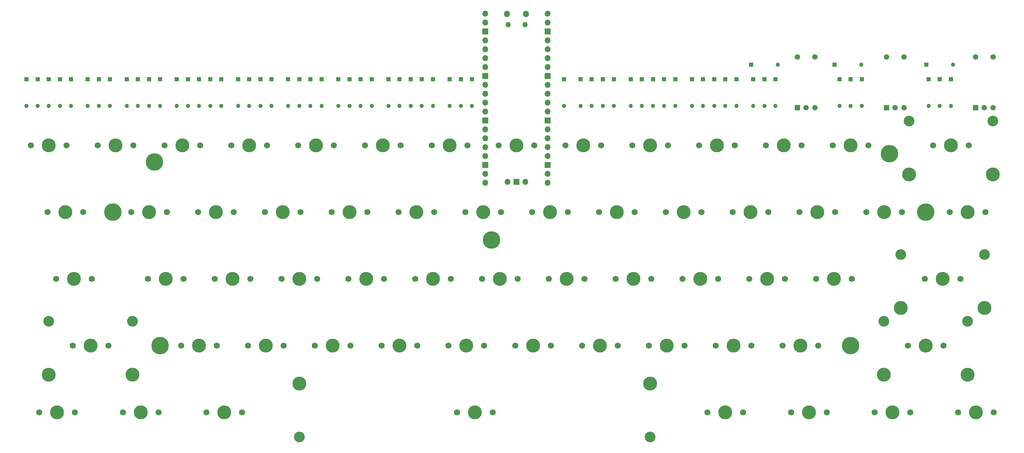
<source format=gts>
%TF.GenerationSoftware,KiCad,Pcbnew,7.0.4*%
%TF.CreationDate,2023-05-29T10:37:39-04:00*%
%TF.ProjectId,keyboard,6b657962-6f61-4726-942e-6b696361645f,rev?*%
%TF.SameCoordinates,Original*%
%TF.FileFunction,Soldermask,Top*%
%TF.FilePolarity,Negative*%
%FSLAX46Y46*%
G04 Gerber Fmt 4.6, Leading zero omitted, Abs format (unit mm)*
G04 Created by KiCad (PCBNEW 7.0.4) date 2023-05-29 10:37:39*
%MOMM*%
%LPD*%
G01*
G04 APERTURE LIST*
%ADD10C,3.048000*%
%ADD11C,3.987800*%
%ADD12C,1.750000*%
%ADD13R,1.200000X1.200000*%
%ADD14C,1.200000*%
%ADD15C,5.000000*%
%ADD16C,1.550000*%
%ADD17R,1.550000X1.550000*%
%ADD18O,1.800000X1.800000*%
%ADD19O,1.500000X1.500000*%
%ADD20O,1.700000X1.700000*%
%ADD21R,1.700000X1.700000*%
G04 APERTURE END LIST*
D10*
%TO.C,MX42*%
X65055750Y-139065000D03*
D11*
X65055750Y-154305000D03*
D12*
X71913750Y-146050000D03*
D11*
X76993750Y-146050000D03*
D12*
X82073750Y-146050000D03*
D10*
X88931750Y-139065000D03*
D11*
X88931750Y-154305000D03*
%TD*%
D13*
%TO.C,D43*%
X230981250Y-70005750D03*
D14*
X230981250Y-77631750D03*
%TD*%
D13*
%TO.C,D60*%
X319087500Y-70005750D03*
D14*
X319087500Y-77631750D03*
%TD*%
D13*
%TO.C,D52*%
X261143750Y-70005750D03*
D14*
X261143750Y-77631750D03*
%TD*%
D15*
%TO.C,REF\u002A\u002A*%
X83343750Y-107950000D03*
%TD*%
D12*
%TO.C,MX50*%
X236220000Y-146050000D03*
D11*
X241300000Y-146050000D03*
D12*
X246380000Y-146050000D03*
%TD*%
%TO.C,MX33*%
X150495000Y-127000000D03*
D11*
X155575000Y-127000000D03*
D12*
X160655000Y-127000000D03*
%TD*%
D13*
%TO.C,D46*%
X240506250Y-70005750D03*
D14*
X240506250Y-77631750D03*
%TD*%
D12*
%TO.C,MX5*%
X136207500Y-88900000D03*
D11*
X141287500Y-88900000D03*
D12*
X146367500Y-88900000D03*
%TD*%
%TO.C,MX18*%
X126682500Y-107950000D03*
D11*
X131762500Y-107950000D03*
D12*
X136842500Y-107950000D03*
%TD*%
%TO.C,MX7*%
X174307500Y-88900000D03*
D11*
X179387500Y-88900000D03*
D12*
X184467500Y-88900000D03*
%TD*%
D13*
%TO.C,D8*%
X82550000Y-70005750D03*
D14*
X82550000Y-77631750D03*
%TD*%
D13*
%TO.C,D31*%
X165100000Y-70005750D03*
D14*
X165100000Y-77631750D03*
%TD*%
D13*
%TO.C,D44*%
X234156250Y-70005750D03*
D14*
X234156250Y-77631750D03*
%TD*%
D12*
%TO.C,MX20*%
X164782500Y-107950000D03*
D11*
X169862500Y-107950000D03*
D12*
X174942500Y-107950000D03*
%TD*%
%TO.C,MX60*%
X300513750Y-165100000D03*
D11*
X305593750Y-165100000D03*
D12*
X310673750Y-165100000D03*
%TD*%
D13*
%TO.C,D17*%
X114300000Y-70005750D03*
D14*
X114300000Y-77631750D03*
%TD*%
D13*
%TO.C,D11*%
X93662500Y-70005750D03*
D14*
X93662500Y-77631750D03*
%TD*%
D12*
%TO.C,MX27*%
X298132500Y-107950000D03*
D11*
X303212500Y-107950000D03*
D12*
X308292500Y-107950000D03*
%TD*%
%TO.C,MX2*%
X79057500Y-88900000D03*
D11*
X84137500Y-88900000D03*
D12*
X89217500Y-88900000D03*
%TD*%
D13*
%TO.C,D39*%
X216693750Y-70005750D03*
D14*
X216693750Y-77631750D03*
%TD*%
D13*
%TO.C,D48*%
X248443750Y-70005750D03*
D14*
X248443750Y-77631750D03*
%TD*%
D13*
%TO.C,D10*%
X90487500Y-70005750D03*
D14*
X90487500Y-77631750D03*
%TD*%
D13*
%TO.C,D2*%
X61912500Y-70005750D03*
D14*
X61912500Y-77631750D03*
%TD*%
D12*
%TO.C,MX30*%
X93345000Y-127000000D03*
D11*
X98425000Y-127000000D03*
D12*
X103505000Y-127000000D03*
%TD*%
%TO.C,MX48*%
X198120000Y-146050000D03*
D11*
X203200000Y-146050000D03*
D12*
X208280000Y-146050000D03*
%TD*%
D13*
%TO.C,D13*%
X101600000Y-70005750D03*
D14*
X101600000Y-77631750D03*
%TD*%
D13*
%TO.C,D41*%
X223043750Y-70005750D03*
D14*
X223043750Y-77631750D03*
%TD*%
D13*
%TO.C,D23*%
X136525000Y-70005750D03*
D14*
X136525000Y-77631750D03*
%TD*%
D12*
%TO.C,MX55*%
X86201250Y-165100000D03*
D11*
X91281250Y-165100000D03*
D12*
X96361250Y-165100000D03*
%TD*%
%TO.C,MX6*%
X155257500Y-88900000D03*
D11*
X160337500Y-88900000D03*
D12*
X165417500Y-88900000D03*
%TD*%
D13*
%TO.C,D64*%
X315274500Y-65881250D03*
D14*
X322900500Y-65881250D03*
%TD*%
D15*
%TO.C,*%
X95250000Y-93662500D03*
%TD*%
D13*
%TO.C,D33*%
X171450000Y-70005750D03*
D14*
X171450000Y-77631750D03*
%TD*%
D12*
%TO.C,MX51*%
X255270000Y-146050000D03*
D11*
X260350000Y-146050000D03*
D12*
X265430000Y-146050000D03*
%TD*%
D10*
%TO.C,MX41*%
X307943250Y-120015000D03*
D11*
X307943250Y-135255000D03*
D12*
X314801250Y-127000000D03*
D11*
X319881250Y-127000000D03*
D12*
X324961250Y-127000000D03*
D10*
X331819250Y-120015000D03*
D11*
X331819250Y-135255000D03*
%TD*%
D12*
%TO.C,MX3*%
X98107500Y-88900000D03*
D11*
X103187500Y-88900000D03*
D12*
X108267500Y-88900000D03*
%TD*%
D13*
%TO.C,D15*%
X107950000Y-70005750D03*
D14*
X107950000Y-77631750D03*
%TD*%
D13*
%TO.C,D26*%
X147637500Y-70005750D03*
D14*
X147637500Y-77631750D03*
%TD*%
D13*
%TO.C,D30*%
X161925000Y-70005750D03*
D14*
X161925000Y-77631750D03*
%TD*%
D13*
%TO.C,D3*%
X65087500Y-70005750D03*
D14*
X65087500Y-77631750D03*
%TD*%
D12*
%TO.C,MX44*%
X121920000Y-146050000D03*
D11*
X127000000Y-146050000D03*
D12*
X132080000Y-146050000D03*
%TD*%
D16*
%TO.C,ENC3*%
X329287500Y-63643750D03*
X334287500Y-63643750D03*
D17*
X329287500Y-78143750D03*
D16*
X334287500Y-78143750D03*
X331787500Y-78143750D03*
%TD*%
D13*
%TO.C,D22*%
X133350000Y-70005750D03*
D14*
X133350000Y-77631750D03*
%TD*%
D13*
%TO.C,D45*%
X237331250Y-70005750D03*
D14*
X237331250Y-77631750D03*
%TD*%
D12*
%TO.C,MX56*%
X110013750Y-165100000D03*
D11*
X115093750Y-165100000D03*
D12*
X120173750Y-165100000D03*
%TD*%
D13*
%TO.C,D56*%
X290512500Y-70005750D03*
D14*
X290512500Y-77631750D03*
%TD*%
D12*
%TO.C,MX32*%
X131445000Y-127000000D03*
D11*
X136525000Y-127000000D03*
D12*
X141605000Y-127000000D03*
%TD*%
D13*
%TO.C,D18*%
X119062500Y-70005750D03*
D14*
X119062500Y-77631750D03*
%TD*%
D12*
%TO.C,MX34*%
X169545000Y-127000000D03*
D11*
X174625000Y-127000000D03*
D12*
X179705000Y-127000000D03*
%TD*%
%TO.C,MX10*%
X231457500Y-88900000D03*
D11*
X236537500Y-88900000D03*
D12*
X241617500Y-88900000D03*
%TD*%
D13*
%TO.C,D19*%
X122237500Y-70005750D03*
D14*
X122237500Y-77631750D03*
%TD*%
D13*
%TO.C,D38*%
X211931250Y-70005750D03*
D14*
X211931250Y-77631750D03*
%TD*%
D13*
%TO.C,D40*%
X219868750Y-70005750D03*
D14*
X219868750Y-77631750D03*
%TD*%
D16*
%TO.C,ENC1*%
X278487500Y-63643750D03*
X283487500Y-63643750D03*
D17*
X278487500Y-78143750D03*
D16*
X283487500Y-78143750D03*
X280987500Y-78143750D03*
%TD*%
D12*
%TO.C,MX52*%
X274320000Y-146050000D03*
D11*
X279400000Y-146050000D03*
D12*
X284480000Y-146050000D03*
%TD*%
%TO.C,MX17*%
X107632500Y-107950000D03*
D11*
X112712500Y-107950000D03*
D12*
X117792500Y-107950000D03*
%TD*%
D13*
%TO.C,D53*%
X265906250Y-70005750D03*
D14*
X265906250Y-77631750D03*
%TD*%
D13*
%TO.C,D1*%
X58737500Y-70005750D03*
D14*
X58737500Y-77631750D03*
%TD*%
D12*
%TO.C,MX39*%
X264795000Y-127000000D03*
D11*
X269875000Y-127000000D03*
D12*
X274955000Y-127000000D03*
%TD*%
%TO.C,MX43*%
X102870000Y-146050000D03*
D11*
X107950000Y-146050000D03*
D12*
X113030000Y-146050000D03*
%TD*%
D13*
%TO.C,D42*%
X226218750Y-70005750D03*
D14*
X226218750Y-77631750D03*
%TD*%
D16*
%TO.C,ENC2*%
X303887500Y-63643750D03*
X308887500Y-63643750D03*
D17*
X303887500Y-78143750D03*
D16*
X308887500Y-78143750D03*
X306387500Y-78143750D03*
%TD*%
D13*
%TO.C,D47*%
X243681250Y-70005750D03*
D14*
X243681250Y-77631750D03*
%TD*%
D12*
%TO.C,MX45*%
X140970000Y-146050000D03*
D11*
X146050000Y-146050000D03*
D12*
X151130000Y-146050000D03*
%TD*%
D13*
%TO.C,D49*%
X251618750Y-70005750D03*
D14*
X251618750Y-77631750D03*
%TD*%
D13*
%TO.C,D24*%
X139700000Y-70005750D03*
D14*
X139700000Y-77631750D03*
%TD*%
D15*
%TO.C,REF\u002A\u002A*%
X315118750Y-107950000D03*
%TD*%
D13*
%TO.C,D29*%
X157162500Y-70005750D03*
D14*
X157162500Y-77631750D03*
%TD*%
D12*
%TO.C,MX37*%
X226695000Y-127000000D03*
D11*
X231775000Y-127000000D03*
D12*
X236855000Y-127000000D03*
%TD*%
D15*
%TO.C,REF\u002A\u002A*%
X95250000Y-93662500D03*
%TD*%
D13*
%TO.C,D28*%
X153987500Y-70005750D03*
D14*
X153987500Y-77631750D03*
%TD*%
D12*
%TO.C,MX40*%
X283845000Y-127000000D03*
D11*
X288925000Y-127000000D03*
D12*
X294005000Y-127000000D03*
%TD*%
D13*
%TO.C,D58*%
X296862500Y-70005750D03*
D14*
X296862500Y-77631750D03*
%TD*%
D13*
%TO.C,D14*%
X104775000Y-70005750D03*
D14*
X104775000Y-77631750D03*
%TD*%
D13*
%TO.C,D6*%
X76200000Y-70005750D03*
D14*
X76200000Y-77631750D03*
%TD*%
D12*
%TO.C,MX54*%
X62388750Y-165100000D03*
D11*
X67468750Y-165100000D03*
D12*
X72548750Y-165100000D03*
%TD*%
D13*
%TO.C,D34*%
X174625000Y-70005750D03*
D14*
X174625000Y-77631750D03*
%TD*%
D12*
%TO.C,MX15*%
X64770000Y-107950000D03*
D11*
X69850000Y-107950000D03*
D12*
X74930000Y-107950000D03*
%TD*%
%TO.C,MX36*%
X207645000Y-127000000D03*
D11*
X212725000Y-127000000D03*
D12*
X217805000Y-127000000D03*
%TD*%
%TO.C,MX49*%
X217170000Y-146050000D03*
D11*
X222250000Y-146050000D03*
D12*
X227330000Y-146050000D03*
%TD*%
D13*
%TO.C,D62*%
X265268250Y-65881250D03*
D14*
X272894250Y-65881250D03*
%TD*%
D13*
%TO.C,D20*%
X125412500Y-70005750D03*
D14*
X125412500Y-77631750D03*
%TD*%
D12*
%TO.C,MX31*%
X112395000Y-127000000D03*
D11*
X117475000Y-127000000D03*
D12*
X122555000Y-127000000D03*
%TD*%
%TO.C,MX13*%
X288607500Y-88900000D03*
D11*
X293687500Y-88900000D03*
D12*
X298767500Y-88900000D03*
%TD*%
D13*
%TO.C,D12*%
X96837500Y-70005750D03*
D14*
X96837500Y-77631750D03*
%TD*%
D10*
%TO.C,MX53*%
X303180750Y-139065000D03*
D11*
X303180750Y-154305000D03*
D12*
X310038750Y-146050000D03*
D11*
X315118750Y-146050000D03*
D12*
X320198750Y-146050000D03*
D10*
X327056750Y-139065000D03*
D11*
X327056750Y-154305000D03*
%TD*%
D13*
%TO.C,D35*%
X179387500Y-70005750D03*
D14*
X179387500Y-77631750D03*
%TD*%
D13*
%TO.C,D16*%
X111125000Y-70005750D03*
D14*
X111125000Y-77631750D03*
%TD*%
D13*
%TO.C,D5*%
X71437500Y-70005750D03*
D14*
X71437500Y-77631750D03*
%TD*%
D13*
%TO.C,D61*%
X322262500Y-70005750D03*
D14*
X322262500Y-77631750D03*
%TD*%
D13*
%TO.C,D51*%
X257968750Y-70005750D03*
D14*
X257968750Y-77631750D03*
%TD*%
D15*
%TO.C,REF\u002A\u002A*%
X304800000Y-91281250D03*
%TD*%
D12*
%TO.C,MX23*%
X221932500Y-107950000D03*
D11*
X227012500Y-107950000D03*
D12*
X232092500Y-107950000D03*
%TD*%
D11*
%TO.C,MX57*%
X136531350Y-156845000D03*
D10*
X136531350Y-172085000D03*
D12*
X181451250Y-165100000D03*
D11*
X186531250Y-165100000D03*
D12*
X191611250Y-165100000D03*
D11*
X236531150Y-156845000D03*
D10*
X236531150Y-172085000D03*
%TD*%
D13*
%TO.C,D55*%
X272256250Y-70005750D03*
D14*
X272256250Y-77631750D03*
%TD*%
D12*
%TO.C,MX8*%
X193357500Y-88900000D03*
D11*
X198437500Y-88900000D03*
D12*
X203517500Y-88900000D03*
%TD*%
D13*
%TO.C,D54*%
X269081250Y-70005750D03*
D14*
X269081250Y-77631750D03*
%TD*%
D12*
%TO.C,MX47*%
X179070000Y-146050000D03*
D11*
X184150000Y-146050000D03*
D12*
X189230000Y-146050000D03*
%TD*%
%TO.C,MX59*%
X276701250Y-165100000D03*
D11*
X281781250Y-165100000D03*
D12*
X286861250Y-165100000D03*
%TD*%
D13*
%TO.C,D21*%
X128587500Y-70005750D03*
D14*
X128587500Y-77631750D03*
%TD*%
D13*
%TO.C,D59*%
X315912500Y-70005750D03*
D14*
X315912500Y-77631750D03*
%TD*%
D12*
%TO.C,MX46*%
X160020000Y-146050000D03*
D11*
X165100000Y-146050000D03*
D12*
X170180000Y-146050000D03*
%TD*%
D13*
%TO.C,D27*%
X150812500Y-70005750D03*
D14*
X150812500Y-77631750D03*
%TD*%
D15*
%TO.C,REF\u002A\u002A*%
X96837500Y-146050000D03*
%TD*%
D12*
%TO.C,MX58*%
X252888750Y-165100000D03*
D11*
X257968750Y-165100000D03*
D12*
X263048750Y-165100000D03*
%TD*%
D13*
%TO.C,D50*%
X254793750Y-70005750D03*
D14*
X254793750Y-77631750D03*
%TD*%
D13*
%TO.C,D57*%
X293687500Y-70005750D03*
D14*
X293687500Y-77631750D03*
%TD*%
D13*
%TO.C,D4*%
X68262500Y-70005750D03*
D14*
X68262500Y-77631750D03*
%TD*%
D12*
%TO.C,MX26*%
X279082500Y-107950000D03*
D11*
X284162500Y-107950000D03*
D12*
X289242500Y-107950000D03*
%TD*%
%TO.C,MX35*%
X188595000Y-127000000D03*
D11*
X193675000Y-127000000D03*
D12*
X198755000Y-127000000D03*
%TD*%
%TO.C,MX24*%
X240982500Y-107950000D03*
D11*
X246062500Y-107950000D03*
D12*
X251142500Y-107950000D03*
%TD*%
D13*
%TO.C,D9*%
X87312500Y-70005750D03*
D14*
X87312500Y-77631750D03*
%TD*%
D13*
%TO.C,D7*%
X79375000Y-70005750D03*
D14*
X79375000Y-77631750D03*
%TD*%
D13*
%TO.C,D63*%
X289080750Y-65881250D03*
D14*
X296706750Y-65881250D03*
%TD*%
D12*
%TO.C,MX38*%
X245745000Y-127000000D03*
D11*
X250825000Y-127000000D03*
D12*
X255905000Y-127000000D03*
%TD*%
%TO.C,MX21*%
X183832500Y-107950000D03*
D11*
X188912500Y-107950000D03*
D12*
X193992500Y-107950000D03*
%TD*%
%TO.C,MX19*%
X145732500Y-107950000D03*
D11*
X150812500Y-107950000D03*
D12*
X155892500Y-107950000D03*
%TD*%
%TO.C,MX25*%
X260032500Y-107950000D03*
D11*
X265112500Y-107950000D03*
D12*
X270192500Y-107950000D03*
%TD*%
D13*
%TO.C,D36*%
X182562500Y-70005750D03*
D14*
X182562500Y-77631750D03*
%TD*%
D15*
%TO.C,REF\u002A\u002A*%
X191293750Y-115887500D03*
%TD*%
D10*
%TO.C,MX14*%
X310324500Y-81915000D03*
D11*
X310324500Y-97155000D03*
D12*
X317182500Y-88900000D03*
D11*
X322262500Y-88900000D03*
D12*
X327342500Y-88900000D03*
D10*
X334200500Y-81915000D03*
D11*
X334200500Y-97155000D03*
%TD*%
D12*
%TO.C,MX61*%
X324326250Y-165100000D03*
D11*
X329406250Y-165100000D03*
D12*
X334486250Y-165100000D03*
%TD*%
%TO.C,MX28*%
X321945000Y-107950000D03*
D11*
X327025000Y-107950000D03*
D12*
X332105000Y-107950000D03*
%TD*%
%TO.C,MX12*%
X269557500Y-88900000D03*
D11*
X274637500Y-88900000D03*
D12*
X279717500Y-88900000D03*
%TD*%
D13*
%TO.C,D25*%
X142875000Y-70005750D03*
D14*
X142875000Y-77631750D03*
%TD*%
D12*
%TO.C,MX16*%
X88582500Y-107950000D03*
D11*
X93662500Y-107950000D03*
D12*
X98742500Y-107950000D03*
%TD*%
%TO.C,MX1*%
X60007500Y-88900000D03*
D11*
X65087500Y-88900000D03*
D12*
X70167500Y-88900000D03*
%TD*%
%TO.C,MX4*%
X117157500Y-88900000D03*
D11*
X122237500Y-88900000D03*
D12*
X127317500Y-88900000D03*
%TD*%
D15*
%TO.C,REF\u002A\u002A*%
X293687500Y-146050000D03*
%TD*%
D12*
%TO.C,MX11*%
X250507500Y-88900000D03*
D11*
X255587500Y-88900000D03*
D12*
X260667500Y-88900000D03*
%TD*%
D13*
%TO.C,D32*%
X168275000Y-70005750D03*
D14*
X168275000Y-77631750D03*
%TD*%
D12*
%TO.C,MX29*%
X67151250Y-127000000D03*
D11*
X72231250Y-127000000D03*
D12*
X77311250Y-127000000D03*
%TD*%
D13*
%TO.C,D37*%
X185737500Y-70005750D03*
D14*
X185737500Y-77631750D03*
%TD*%
D12*
%TO.C,MX22*%
X202882500Y-107950000D03*
D11*
X207962500Y-107950000D03*
D12*
X213042500Y-107950000D03*
%TD*%
%TO.C,MX9*%
X212407500Y-88900000D03*
D11*
X217487500Y-88900000D03*
D12*
X222567500Y-88900000D03*
%TD*%
D18*
%TO.C,U1*%
X201162500Y-51406250D03*
D19*
X200862500Y-54436250D03*
X196012500Y-54436250D03*
D18*
X195712500Y-51406250D03*
D20*
X207327500Y-51276250D03*
X207327500Y-53816250D03*
D21*
X207327500Y-56356250D03*
D20*
X207327500Y-58896250D03*
X207327500Y-61436250D03*
X207327500Y-63976250D03*
X207327500Y-66516250D03*
D21*
X207327500Y-69056250D03*
D20*
X207327500Y-71596250D03*
X207327500Y-74136250D03*
X207327500Y-76676250D03*
X207327500Y-79216250D03*
D21*
X207327500Y-81756250D03*
D20*
X207327500Y-84296250D03*
X207327500Y-86836250D03*
X207327500Y-89376250D03*
X207327500Y-91916250D03*
D21*
X207327500Y-94456250D03*
D20*
X207327500Y-96996250D03*
X207327500Y-99536250D03*
X189547500Y-99536250D03*
X189547500Y-96996250D03*
D21*
X189547500Y-94456250D03*
D20*
X189547500Y-91916250D03*
X189547500Y-89376250D03*
X189547500Y-86836250D03*
X189547500Y-84296250D03*
D21*
X189547500Y-81756250D03*
D20*
X189547500Y-79216250D03*
X189547500Y-76676250D03*
X189547500Y-74136250D03*
X189547500Y-71596250D03*
D21*
X189547500Y-69056250D03*
D20*
X189547500Y-66516250D03*
X189547500Y-63976250D03*
X189547500Y-61436250D03*
X189547500Y-58896250D03*
D21*
X189547500Y-56356250D03*
D20*
X189547500Y-53816250D03*
X189547500Y-51276250D03*
X200977500Y-99306250D03*
D21*
X198437500Y-99306250D03*
D20*
X195897500Y-99306250D03*
%TD*%
M02*

</source>
